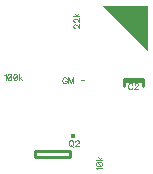
<source format=gbr>
G04 DipTrace 2.4.0.1*
%INTopSilk.gbr*%
%MOIN*%
%ADD10C,0.0098*%
%ADD12C,0.003*%
%ADD16C,0.0154*%
%FSLAX44Y44*%
G04*
G70*
G90*
G75*
G01*
%LNTopSilk*%
%LPD*%
X8500Y7307D2*
D10*
X9130D1*
X8500Y7382D2*
X9130D1*
X8500D2*
Y7146D1*
X9130Y7382D2*
Y7146D1*
D16*
X6811Y5462D3*
X6719Y4961D2*
D10*
X5538D1*
Y4764D1*
X6719D1*
Y4961D1*
G36*
X9315Y9815D2*
Y8315D1*
X7815Y9815D1*
X9315D1*
G37*
X8789Y7188D2*
D12*
X8779Y7207D1*
X8760Y7226D1*
X8741Y7235D1*
X8703D1*
X8684Y7226D1*
X8665Y7207D1*
X8655Y7188D1*
X8645Y7159D1*
Y7111D1*
X8655Y7082D1*
X8665Y7063D1*
X8684Y7044D1*
X8703Y7034D1*
X8741D1*
X8760Y7044D1*
X8779Y7063D1*
X8789Y7082D1*
X8860Y7187D2*
Y7197D1*
X8870Y7216D1*
X8879Y7226D1*
X8899Y7235D1*
X8937D1*
X8956Y7226D1*
X8965Y7216D1*
X8975Y7197D1*
Y7178D1*
X8965Y7159D1*
X8946Y7130D1*
X8851Y7034D1*
X8985D1*
X6721Y5332D2*
X6702Y5323D1*
X6683Y5304D1*
X6673Y5284D1*
X6664Y5256D1*
Y5208D1*
X6673Y5179D1*
X6683Y5160D1*
X6702Y5141D1*
X6721Y5131D1*
X6759D1*
X6778Y5141D1*
X6797Y5160D1*
X6807Y5179D1*
X6817Y5208D1*
Y5256D1*
X6807Y5284D1*
X6797Y5304D1*
X6778Y5323D1*
X6759Y5332D1*
X6721D1*
X6750Y5170D2*
X6807Y5112D1*
X6888Y5284D2*
Y5294D1*
X6898Y5313D1*
X6907Y5322D1*
X6926Y5332D1*
X6965D1*
X6984Y5322D1*
X6993Y5313D1*
X7003Y5294D1*
Y5275D1*
X6993Y5255D1*
X6974Y5227D1*
X6878Y5131D1*
X7012D1*
X6872Y9076D2*
X6863D1*
X6844Y9086D1*
X6834Y9095D1*
X6824Y9115D1*
Y9153D1*
X6834Y9172D1*
X6844Y9181D1*
X6863Y9191D1*
X6882D1*
X6901Y9181D1*
X6930Y9162D1*
X7025Y9067D1*
Y9201D1*
X6872Y9272D2*
X6863D1*
X6844Y9282D1*
X6834Y9291D1*
X6825Y9310D1*
Y9349D1*
X6834Y9368D1*
X6844Y9377D1*
X6863Y9387D1*
X6882D1*
X6901Y9377D1*
X6930Y9358D1*
X7025Y9262D1*
Y9396D1*
X6824Y9458D2*
X7025D1*
X6891Y9554D2*
X6987Y9458D1*
X6949Y9496D2*
X7025Y9563D1*
X4512Y7507D2*
X4531Y7517D1*
X4560Y7545D1*
Y7344D1*
X4679Y7545D2*
X4650Y7536D1*
X4631Y7507D1*
X4622Y7459D1*
Y7430D1*
X4631Y7383D1*
X4650Y7354D1*
X4679Y7344D1*
X4698D1*
X4727Y7354D1*
X4746Y7383D1*
X4755Y7430D1*
Y7459D1*
X4746Y7507D1*
X4727Y7536D1*
X4698Y7545D1*
X4679D1*
X4746Y7507D2*
X4631Y7383D1*
X4875Y7545D2*
X4846Y7536D1*
X4827Y7507D1*
X4817Y7459D1*
Y7430D1*
X4827Y7383D1*
X4846Y7354D1*
X4875Y7344D1*
X4894D1*
X4922Y7354D1*
X4941Y7383D1*
X4951Y7430D1*
Y7459D1*
X4941Y7507D1*
X4922Y7536D1*
X4894Y7545D1*
X4875D1*
X4941Y7507D2*
X4827Y7383D1*
X5013Y7545D2*
Y7344D1*
X5109Y7478D2*
X5013Y7383D1*
X5051Y7421D2*
X5118Y7344D1*
X7609Y4360D2*
X7599Y4379D1*
X7570Y4408D1*
X7771D1*
X7570Y4527D2*
X7580Y4498D1*
X7609Y4479D1*
X7656Y4469D1*
X7685D1*
X7733Y4479D1*
X7762Y4498D1*
X7771Y4527D1*
Y4546D1*
X7762Y4575D1*
X7733Y4594D1*
X7685Y4603D1*
X7656D1*
X7609Y4594D1*
X7580Y4575D1*
X7570Y4546D1*
Y4527D1*
X7609Y4594D2*
X7733Y4479D1*
X7570Y4665D2*
X7771D1*
X7637Y4761D2*
X7733Y4665D1*
X7695Y4703D2*
X7771Y4770D1*
X6596Y7380D2*
X6587Y7399D1*
X6567Y7418D1*
X6548Y7428D1*
X6510D1*
X6491Y7418D1*
X6472Y7399D1*
X6462Y7380D1*
X6453Y7351D1*
Y7303D1*
X6462Y7275D1*
X6472Y7255D1*
X6491Y7236D1*
X6510Y7227D1*
X6548D1*
X6567Y7236D1*
X6587Y7255D1*
X6596Y7275D1*
Y7303D1*
X6548D1*
X6811Y7227D2*
Y7428D1*
X6734Y7227D1*
X6658Y7428D1*
Y7227D1*
X7067Y7327D2*
X7177D1*
M02*

</source>
